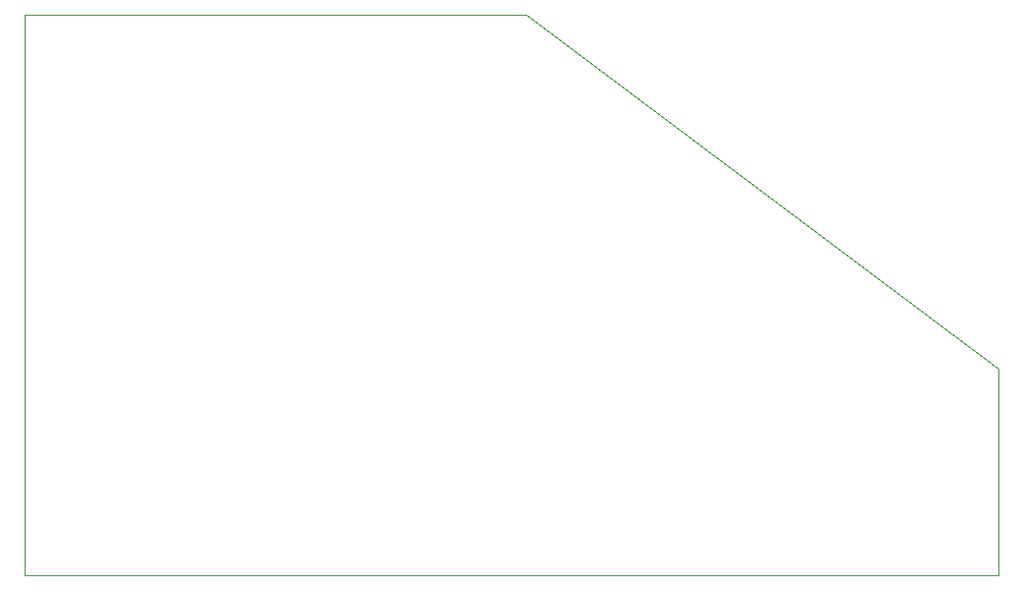
<source format=gbr>
%TF.GenerationSoftware,KiCad,Pcbnew,(5.1.10)-1*%
%TF.CreationDate,2022-10-29T14:49:15-06:00*%
%TF.ProjectId,MainBoard,4d61696e-426f-4617-9264-2e6b69636164,rev?*%
%TF.SameCoordinates,Original*%
%TF.FileFunction,Profile,NP*%
%FSLAX46Y46*%
G04 Gerber Fmt 4.6, Leading zero omitted, Abs format (unit mm)*
G04 Created by KiCad (PCBNEW (5.1.10)-1) date 2022-10-29 14:49:15*
%MOMM*%
%LPD*%
G01*
G04 APERTURE LIST*
%TA.AperFunction,Profile*%
%ADD10C,0.100000*%
%TD*%
G04 APERTURE END LIST*
D10*
X68580000Y-25400000D02*
X109220000Y-55880000D01*
X25400000Y-25400000D02*
X68580000Y-25400000D01*
X25400000Y-73660000D02*
X25400000Y-25400000D01*
X109220000Y-73660000D02*
X25400000Y-73660000D01*
X109220000Y-55880000D02*
X109220000Y-73660000D01*
M02*

</source>
